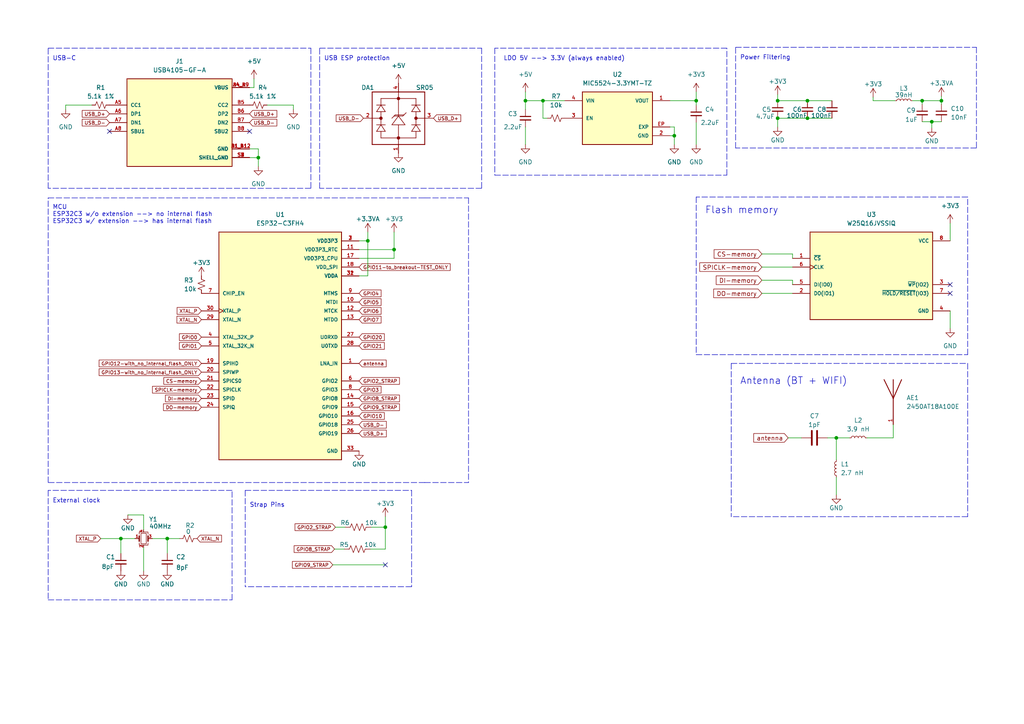
<source format=kicad_sch>
(kicad_sch (version 20211123) (generator eeschema)
  (paper "A4")
  (title_block (title "boiler plate for esp32c3") (date "2022-06-17") (rev "v0.1") (company "Lilordag"))
  (lib_symbols
    (symbol "2450AT18A100E:2450AT18A100E" (pin_names (offset 1.016) hide)
      (property "Reference" "AE" (at -2.794 10.1854 0))
      (property "Value" "2450AT18A100E" (at -2.667 -10.16 0))
      (symbol "2450AT18A100E_0_0"
        (polyline (pts (xy 0 2.54) (xy -2.667 8.001)) (stroke (width 0.254)))
        (polyline (pts (xy 0 2.54) (xy 0 -5.08)) (stroke (width 0.254)))
        (polyline (pts (xy 0 8.001) (xy 0 2.54)) (stroke (width 0.254)))
        (polyline (pts (xy 2.413 8.001) (xy 0 2.54)) (stroke (width 0.254)))
        (pin input line (at 0 -5.08 90) (length 2.54) (name "~") (number "1"))
      )
    )
    (symbol "Device:C" (pin_numbers hide) (pin_names (offset 0.254))
      (property "Reference" "C" (at 0.635 2.54 0))
      (property "Value" "C" (at 0.635 -2.54 0))
      (symbol "C_0_1"
        (polyline (pts (xy -2.032 -0.762) (xy 2.032 -0.762)) (stroke (width 0.508)))
        (polyline (pts (xy -2.032 0.762) (xy 2.032 0.762)) (stroke (width 0.508)))
      )
      (symbol "C_1_1"
        (pin passive line (at 0 3.81 270) (length 2.794) (name "~") (number "1"))
        (pin passive line (at 0 -3.81 90) (length 2.794) (name "~") (number "2"))
      )
    )
    (symbol "Device:C_Small" (pin_numbers hide) (pin_names (offset 0.254) hide)
      (property "Reference" "C" (at 0.254 1.778 0))
      (property "Value" "C_Small" (at 0.254 -2.032 0))
      (symbol "C_Small_0_1"
        (polyline (pts (xy -1.524 -0.508) (xy 1.524 -0.508)) (stroke (width 0.3302)))
        (polyline (pts (xy -1.524 0.508) (xy 1.524 0.508)) (stroke (width 0.3048)))
      )
      (symbol "C_Small_1_1"
        (pin passive line (at 0 2.54 270) (length 2.032) (name "~") (number "1"))
        (pin passive line (at 0 -2.54 90) (length 2.032) (name "~") (number "2"))
      )
    )
    (symbol "Device:Crystal_GND24_Small" (pin_names (offset 1.016) hide)
      (property "Reference" "Y" (at 1.27 4.445 0))
      (property "Value" "Crystal_GND24_Small" (at 1.27 2.54 0))
      (symbol "Crystal_GND24_Small_0_1"
        (rectangle (start -0.762 -1.524) (end 0.762 1.524))
        (polyline (pts (xy -1.27 -0.762) (xy -1.27 0.762)) (stroke (width 0.381)))
        (polyline (pts (xy 1.27 -0.762) (xy 1.27 0.762)) (stroke (width 0.381)))
        (polyline (pts (xy -1.27 -1.27) (xy -1.27 -1.905) (xy 1.27 -1.905) (xy 1.27 -1.27)))
        (polyline (pts (xy -1.27 1.27) (xy -1.27 1.905) (xy 1.27 1.905) (xy 1.27 1.27)))
      )
      (symbol "Crystal_GND24_Small_1_1"
        (pin passive line (at -2.54 0 0) (length 1.27) (name "1") (number "1"))
        (pin passive line (at 0 -2.54 90) (length 0.635) (name "2") (number "2"))
        (pin passive line (at 2.54 0 180) (length 1.27) (name "3") (number "3"))
        (pin passive line (at 0 2.54 270) (length 0.635) (name "4") (number "4"))
      )
    )
    (symbol "Device:L_Small" (pin_numbers hide) (pin_names (offset 0.254) hide)
      (property "Reference" "L" (at 0.762 1.016 0))
      (property "Value" "L_Small" (at 0.762 -1.016 0))
      (symbol "L_Small_0_1"
        (arc (start 0 -2.032) (mid 0.508 -1.524) (end 0 -1.016))
        (arc (start 0 -1.016) (mid 0.508 -0.508) (end 0 0))
        (arc (start 0 0) (mid 0.508 0.508) (end 0 1.016))
        (arc (start 0 1.016) (mid 0.508 1.524) (end 0 2.032))
      )
      (symbol "L_Small_1_1"
        (pin passive line (at 0 2.54 270) (length 0.508) (name "~") (number "1"))
        (pin passive line (at 0 -2.54 90) (length 0.508) (name "~") (number "2"))
      )
    )
    (symbol "Device:R_Small_US" (pin_numbers hide) (pin_names (offset 0.254) hide)
      (property "Reference" "R" (at 0.762 0.508 0))
      (property "Value" "R_Small_US" (at 0.762 -1.016 0))
      (symbol "R_Small_US_1_1"
        (polyline (pts (xy 0 0) (xy 1.016 -0.381) (xy 0 -0.762) (xy -1.016 -1.143) (xy 0 -1.524)))
        (polyline (pts (xy 0 1.524) (xy 1.016 1.143) (xy 0 0.762) (xy -1.016 0.381) (xy 0 0)))
        (pin passive line (at 0 2.54 270) (length 1.016) (name "~") (number "1"))
        (pin passive line (at 0 -2.54 90) (length 1.016) (name "~") (number "2"))
      )
    )
    (symbol "Device:R_US" (pin_numbers hide) (pin_names (offset 0))
      (property "Reference" "R" (at 2.54 0 90))
      (property "Value" "R_US" (at -2.54 0 90))
      (symbol "R_US_0_1"
        (polyline (pts (xy 0 -2.286) (xy 0 -2.54)))
        (polyline (pts (xy 0 2.286) (xy 0 2.54)))
        (polyline (pts (xy 0 -0.762) (xy 1.016 -1.143) (xy 0 -1.524) (xy -1.016 -1.905) (xy 0 -2.286)))
        (polyline (pts (xy 0 0.762) (xy 1.016 0.381) (xy 0 0) (xy -1.016 -0.381) (xy 0 -0.762)))
        (polyline (pts (xy 0 2.286) (xy 1.016 1.905) (xy 0 1.524) (xy -1.016 1.143) (xy 0 0.762)))
      )
      (symbol "R_US_1_1"
        (pin passive line (at 0 3.81 270) (length 1.27) (name "~") (number "1"))
        (pin passive line (at 0 -3.81 90) (length 1.27) (name "~") (number "2"))
      )
    )
    (symbol "ESP32-C3FH4:ESP32-C3FH4" (pin_names (offset 1.016))
      (property "Reference" "U" (at -17.78 33.782 0))
      (property "Value" "ESP32-C3FH4" (at -17.78 -33.782 0))
      (symbol "ESP32-C3FH4_0_0"
        (rectangle (start -17.78 -33.02) (end 17.78 33.02) (stroke (width 0.254)) (fill (type background)))
        (pin bidirectional line (at 22.86 -5.08 180) (length 5.08) (name "LNA_IN") (number "1"))
        (pin bidirectional line (at 22.86 12.7 180) (length 5.08) (name "MTDI") (number "10"))
        (pin power_in line (at 22.86 27.94 180) (length 5.08) (name "VDD3P3_RTC") (number "11"))
        (pin bidirectional line (at 22.86 10.16 180) (length 5.08) (name "MTCK") (number "12"))
        (pin bidirectional line (at 22.86 7.62 180) (length 5.08) (name "MTDO") (number "13"))
        (pin bidirectional line (at 22.86 -15.24 180) (length 5.08) (name "GPIO8") (number "14"))
        (pin bidirectional line (at 22.86 -17.78 180) (length 5.08) (name "GPIO9") (number "15"))
        (pin bidirectional line (at 22.86 -20.32 180) (length 5.08) (name "GPIO10") (number "16"))
        (pin power_in line (at 22.86 25.4 180) (length 5.08) (name "VDD3P3_CPU") (number "17"))
        (pin power_in line (at 22.86 22.86 180) (length 5.08) (name "VDD_SPI") (number "18"))
        (pin bidirectional line (at -22.86 -5.08 0) (length 5.08) (name "SPIHD") (number "19"))
        (pin power_in line (at 22.86 30.48 180) (length 5.08) (name "VDD3P3") (number "2"))
        (pin bidirectional line (at -22.86 -7.62 0) (length 5.08) (name "SPIWP") (number "20"))
        (pin bidirectional line (at -22.86 -10.16 0) (length 5.08) (name "SPICS0") (number "21"))
        (pin bidirectional line (at -22.86 -12.7 0) (length 5.08) (name "SPICLK") (number "22"))
        (pin bidirectional line (at -22.86 -15.24 0) (length 5.08) (name "SPID") (number "23"))
        (pin bidirectional line (at -22.86 -17.78 0) (length 5.08) (name "SPIQ") (number "24"))
        (pin bidirectional line (at 22.86 -22.86 180) (length 5.08) (name "GPIO18") (number "25"))
        (pin bidirectional line (at 22.86 -25.4 180) (length 5.08) (name "GPIO19") (number "26"))
        (pin bidirectional line (at 22.86 2.54 180) (length 5.08) (name "U0RXD") (number "27"))
        (pin bidirectional line (at 22.86 0 180) (length 5.08) (name "U0TXD") (number "28"))
        (pin output line (at -22.86 7.62 0) (length 5.08) (name "XTAL_N") (number "29"))
        (pin power_in line (at 22.86 30.48 180) (length 5.08) (name "VDD3P3") (number "3"))
        (pin input clock (at -22.86 10.16 0) (length 5.08) (name "XTAL_P") (number "30"))
        (pin power_in line (at 22.86 20.32 180) (length 5.08) (name "VDDA") (number "31"))
        (pin power_in line (at 22.86 20.32 180) (length 5.08) (name "VDDA") (number "32"))
        (pin power_in line (at 22.86 -30.48 180) (length 5.08) (name "GND") (number "33"))
        (pin bidirectional line (at -22.86 2.54 0) (length 5.08) (name "XTAL_32K_P") (number "4"))
        (pin bidirectional line (at -22.86 0 0) (length 5.08) (name "XTAL_32K_N") (number "5"))
        (pin bidirectional line (at 22.86 -10.16 180) (length 5.08) (name "GPIO2") (number "6"))
        (pin input line (at -22.86 15.24 0) (length 5.08) (name "CHIP_EN") (number "7"))
        (pin bidirectional line (at 22.86 -12.7 180) (length 5.08) (name "GPIO3") (number "8"))
        (pin bidirectional line (at 22.86 15.24 180) (length 5.08) (name "MTMS") (number "9"))
      )
    )
    (symbol "MIC5524-3.3YMT-TZ:MIC5524-3.3YMT-TZ" (pin_names (offset 1.016))
      (property "Reference" "U" (at -10.16 8.382 0))
      (property "Value" "MIC5524-3.3YMT-TZ" (at -10.16 -10.16 0))
      (symbol "MIC5524-3.3YMT-TZ_0_0"
        (rectangle (start -10.16 -7.62) (end 10.16 7.62) (stroke (width 0.254)) (fill (type background)))
        (pin output line (at 15.24 5.08 180) (length 5.08) (name "VOUT") (number "1"))
        (pin power_in line (at 15.24 -5.08 180) (length 5.08) (name "GND") (number "2"))
        (pin input line (at -15.24 0 0) (length 5.08) (name "EN") (number "3"))
        (pin input line (at -15.24 5.08 0) (length 5.08) (name "VIN") (number "4"))
        (pin power_in line (at 15.24 -2.54 180) (length 5.08) (name "EXP") (number "EP"))
      )
    )
    (symbol "SR05:SR05" (pin_names (offset 1.016) hide)
      (property "Reference" "DA" (at -7.62 8.255 0))
      (property "Value" "SR05" (at 1.905 -9.5504 0))
      (symbol "SR05_0_0"
        (circle (center -5.08 0) (radius 0.2794) (stroke (width 0.4064)))
        (circle (center 0 -5.715) (radius 0.2794) (stroke (width 0.4064)))
        (polyline (pts (xy -7.62 -7.62) (xy -7.62 0)) (stroke (width 0.254)))
        (polyline (pts (xy -7.62 0) (xy -7.62 7.62)) (stroke (width 0.254)))
        (polyline (pts (xy -7.62 7.62) (xy 0 7.62)) (stroke (width 0.254)))
        (polyline (pts (xy -6.35 -3.81) (xy -3.81 -3.81)) (stroke (width 0.1778)))
        (polyline (pts (xy -6.35 -1.905) (xy -5.08 -1.905)) (stroke (width 0.1778)))
        (polyline (pts (xy -6.35 1.905) (xy -5.08 3.81)) (stroke (width 0.1778)))
        (polyline (pts (xy -6.35 1.905) (xy -3.81 1.905)) (stroke (width 0.1778)))
        (polyline (pts (xy -6.35 3.81) (xy -5.08 3.81)) (stroke (width 0.1778)))
        (polyline (pts (xy -5.08 -5.715) (xy -5.08 -3.81)) (stroke (width 0.1778)))
        (polyline (pts (xy -5.08 -1.905) (xy -6.35 -3.81)) (stroke (width 0.1778)))
        (polyline (pts (xy -5.08 -1.905) (xy -5.08 0)) (stroke (width 0.1778)))
        (polyline (pts (xy -5.08 -1.905) (xy -3.81 -1.905)) (stroke (width 0.1778)))
        (polyline (pts (xy -5.08 0) (xy -7.62 0)) (stroke (width 0.1778)))
        (polyline (pts (xy -5.08 0) (xy -5.08 1.905)) (stroke (width 0.1778)))
        (polyline (pts (xy -5.08 3.81) (xy -5.08 5.715)) (stroke (width 0.1778)))
        (polyline (pts (xy -5.08 3.81) (xy -3.81 1.905)) (stroke (width 0.1778)))
        (polyline (pts (xy -5.08 3.81) (xy -3.81 3.81)) (stroke (width 0.1778)))
        (polyline (pts (xy -5.08 5.715) (xy 0 5.715)) (stroke (width 0.1778)))
        (polyline (pts (xy -3.81 -3.81) (xy -5.08 -1.905)) (stroke (width 0.1778)))
        (polyline (pts (xy -1.905 -1.905) (xy 0 0.635)) (stroke (width 0.1778)))
        (polyline (pts (xy -1.905 -1.905) (xy 1.905 -1.905)) (stroke (width 0.1778)))
        (polyline (pts (xy -1.905 0) (xy -1.27 0.635)) (stroke (width 0.1778)))
        (polyline (pts (xy -1.27 0.635) (xy -0.9652 0.9652)) (stroke (width 0.1778)))
        (polyline (pts (xy -1.27 0.635) (xy 1.27 0.635)) (stroke (width 0.1778)))
        (polyline (pts (xy -0.9652 0.9652) (xy 1.6002 0.9652)) (stroke (width 0.1778)))
        (polyline (pts (xy 0 -7.62) (xy -7.62 -7.62)) (stroke (width 0.254)))
        (polyline (pts (xy 0 -7.62) (xy 0 -5.715)) (stroke (width 0.1778)))
        (polyline (pts (xy 0 -5.715) (xy -5.08 -5.715)) (stroke (width 0.1778)))
        (polyline (pts (xy 0 -5.715) (xy 0 -1.905)) (stroke (width 0.1778)))
        (polyline (pts (xy 0 -5.715) (xy 5.08 -5.715)) (stroke (width 0.1778)))
        (polyline (pts (xy 0 0.635) (xy 0 5.715)) (stroke (width 0.1778)))
        (polyline (pts (xy 0 0.635) (xy 1.905 -1.905)) (stroke (width 0.1778)))
        (polyline (pts (xy 0 5.715) (xy 0 7.62)) (stroke (width 0.1778)))
        (polyline (pts (xy 0 7.62) (xy 7.62 7.62)) (stroke (width 0.254)))
        (polyline (pts (xy 1.27 0.635) (xy 1.6002 0.9652)) (stroke (width 0.1778)))
        (polyline (pts (xy 1.6002 0.9652) (xy 2.2352 1.6002)) (stroke (width 0.1778)))
        (polyline (pts (xy 3.81 -3.81) (xy 6.35 -3.81)) (stroke (width 0.1778)))
        (polyline (pts (xy 3.81 -1.905) (xy 5.08 -1.905)) (stroke (width 0.1778)))
        (polyline (pts (xy 3.81 1.905) (xy 6.35 1.905)) (stroke (width 0.1778)))
        (polyline (pts (xy 3.81 3.81) (xy 5.08 3.81)) (stroke (width 0.1778)))
        (polyline (pts (xy 5.08 -5.715) (xy 5.08 -3.81)) (stroke (width 0.1778)))
        (polyline (pts (xy 5.08 -1.905) (xy 3.81 -3.81)) (stroke (width 0.1778)))
        (polyline (pts (xy 5.08 -1.905) (xy 5.08 0)) (stroke (width 0.1778)))
        (polyline (pts (xy 5.08 -1.905) (xy 6.35 -1.905)) (stroke (width 0.1778)))
        (polyline (pts (xy 5.08 0) (xy 5.08 1.905)) (stroke (width 0.1778)))
        (polyline (pts (xy 5.08 3.81) (xy 3.81 1.905)) (stroke (width 0.1778)))
        (polyline (pts (xy 5.08 3.81) (xy 5.08 5.715)) (stroke (width 0.1778)))
        (polyline (pts (xy 5.08 3.81) (xy 6.35 3.81)) (stroke (width 0.1778)))
        (polyline (pts (xy 5.08 5.715) (xy 0 5.715)) (stroke (width 0.1778)))
        (polyline (pts (xy 6.35 -3.81) (xy 5.08 -1.905)) (stroke (width 0.1778)))
        (polyline (pts (xy 6.35 1.905) (xy 5.08 3.81)) (stroke (width 0.1778)))
        (polyline (pts (xy 7.62 -7.62) (xy 0 -7.62)) (stroke (width 0.254)))
        (polyline (pts (xy 7.62 0) (xy 5.08 0)) (stroke (width 0.1778)))
        (polyline (pts (xy 7.62 0) (xy 7.62 -7.62)) (stroke (width 0.254)))
        (polyline (pts (xy 7.62 7.62) (xy 7.62 0)) (stroke (width 0.254)))
        (circle (center 0 5.715) (radius 0.2794) (stroke (width 0.4064)))
        (circle (center 5.08 0) (radius 0.2794) (stroke (width 0.4064)))
        (pin passive line (at 0 -10.16 90) (length 2.54) (name "~") (number "1"))
        (pin passive line (at -10.16 0 0) (length 2.54) (name "~") (number "2"))
        (pin passive line (at 10.16 0 180) (length 2.54) (name "~") (number "3"))
        (pin passive line (at 0 10.16 270) (length 2.54) (name "~") (number "4"))
      )
    )
    (symbol "USB4105-GF-A:USB4105-GF-A" (pin_names (offset 1.016))
      (property "Reference" "J" (at -15.24 13.97 0))
      (property "Value" "USB4105-GF-A" (at -15.24 -15.24 0))
      (symbol "USB4105-GF-A_0_0"
        (rectangle (start -15.24 -12.7) (end 15.24 12.7) (stroke (width 0.254)) (fill (type background)))
        (pin power_in line (at 20.32 -7.62 180) (length 5.08) (name "GND") (number "A1_B12"))
        (pin power_in line (at 20.32 10.16 180) (length 5.08) (name "VBUS") (number "A4_B9"))
        (pin bidirectional line (at -20.32 5.08 0) (length 5.08) (name "CC1") (number "A5"))
        (pin bidirectional line (at -20.32 2.54 0) (length 5.08) (name "DP1") (number "A6"))
        (pin bidirectional line (at -20.32 0 0) (length 5.08) (name "DN1") (number "A7"))
        (pin bidirectional line (at -20.32 -2.54 0) (length 5.08) (name "SBU1") (number "A8"))
        (pin power_in line (at 20.32 -7.62 180) (length 5.08) (name "GND") (number "B1_A12"))
        (pin power_in line (at 20.32 10.16 180) (length 5.08) (name "VBUS") (number "B4_A9"))
        (pin bidirectional line (at 20.32 5.08 180) (length 5.08) (name "CC2") (number "B5"))
        (pin bidirectional line (at 20.32 2.54 180) (length 5.08) (name "DP2") (number "B6"))
        (pin bidirectional line (at 20.32 0 180) (length 5.08) (name "DN2") (number "B7"))
        (pin bidirectional line (at 20.32 -2.54 180) (length 5.08) (name "SBU2") (number "B8"))
        (pin power_in line (at 20.32 -10.16 180) (length 5.08) (name "SHELL_GND") (number "S1"))
        (pin power_in line (at 20.32 -10.16 180) (length 5.08) (name "SHELL_GND") (number "S2"))
        (pin power_in line (at 20.32 -10.16 180) (length 5.08) (name "SHELL_GND") (number "S3"))
        (pin power_in line (at 20.32 -10.16 180) (length 5.08) (name "SHELL_GND") (number "S4"))
      )
    )
    (symbol "W25Q16JVSSIQ:W25Q16JVSSIQ" (pin_names (offset 1.016))
      (property "Reference" "U" (at -17.78 13.335 0))
      (property "Value" "W25Q16JVSSIQ" (at -17.78 -15.24 0))
      (symbol "W25Q16JVSSIQ_0_0"
        (rectangle (start -17.78 -12.7) (end 17.78 12.7) (stroke (width 0.254)) (fill (type background)))
        (pin input line (at -22.86 5.08 0) (length 5.08) (name "~{CS}") (number "1"))
        (pin bidirectional line (at -22.86 -5.08 0) (length 5.08) (name "DO(IO1)") (number "2"))
        (pin bidirectional line (at 22.86 -2.54 180) (length 5.08) (name "~{WP}(IO2)") (number "3"))
        (pin power_in line (at 22.86 -10.16 180) (length 5.08) (name "GND") (number "4"))
        (pin bidirectional line (at -22.86 -2.54 0) (length 5.08) (name "DI(IO0)") (number "5"))
        (pin input clock (at -22.86 2.54 0) (length 5.08) (name "CLK") (number "6"))
        (pin bidirectional line (at 22.86 -5.08 180) (length 5.08) (name "~{HOLD/RESET}(IO3)") (number "7"))
        (pin power_in line (at 22.86 10.16 180) (length 5.08) (name "VCC") (number "8"))
      )
    )
    (symbol "power:+3.3V" (power) (pin_names (offset 0))
      (property "Value" "+3.3V" (at 0 3.556 0))
      (symbol "+3.3V_0_1"
        (polyline (pts (xy -0.762 1.27) (xy 0 2.54)))
        (polyline (pts (xy 0 0) (xy 0 2.54)))
        (polyline (pts (xy 0 2.54) (xy 0.762 1.27)))
      )
      (symbol "+3.3V_1_1"
        (pin power_in line (at 0 0 90) (length 0) hide (name "+3V3") (number "1"))
      )
    )
    (symbol "power:+3.3VA" (power) (pin_names (offset 0))
      (property "Value" "+3.3VA" (at 0 3.556 0))
      (symbol "+3.3VA_0_1"
        (polyline (pts (xy -0.762 1.27) (xy 0 2.54)))
        (polyline (pts (xy 0 0) (xy 0 2.54)))
        (polyline (pts (xy 0 2.54) (xy 0.762 1.27)))
      )
      (symbol "+3.3VA_1_1"
        (pin power_in line (at 0 0 90) (length 0) hide (name "+3.3VA") (number "1"))
      )
    )
    (symbol "power:+5V" (power) (pin_names (offset 0))
      (property "Value" "+5V" (at 0 3.556 0))
      (symbol "+5V_0_1"
        (polyline (pts (xy -0.762 1.27) (xy 0 2.54)))
        (polyline (pts (xy 0 0) (xy 0 2.54)))
        (polyline (pts (xy 0 2.54) (xy 0.762 1.27)))
      )
      (symbol "+5V_1_1"
        (pin power_in line (at 0 0 90) (length 0) hide (name "+5V") (number "1"))
      )
    )
    (symbol "power:GND" (power) (pin_names (offset 0))
      (property "Value" "GND" (at 0 -3.81 0))
      (symbol "GND_0_1"
        (polyline (pts (xy 0 0) (xy 0 -1.27) (xy 1.27 -1.27) (xy 0 -2.54) (xy -1.27 -1.27) (xy 0 -1.27)))
      )
      (symbol "GND_1_1"
        (pin power_in line (at 0 0 270) (length 0) hide (name "GND") (number "1"))
      )
    )
  )
  (junction (at 273.05 29.21))
  (junction (at 234.188 29.21))
  (junction (at 242.57 127))
  (junction (at 114.3 72.39))
  (junction (at 48.514 156.21))
  (junction (at 152.4 29.21))
  (junction (at 201.93 29.21))
  (junction (at 35.052 156.21))
  (junction (at 111.76 152.908))
  (junction (at 225.552 34.29))
  (junction (at 157.48 29.21))
  (junction (at 106.68 69.85))
  (junction (at 225.552 29.21))
  (junction (at 234.188 34.29))
  (junction (at 74.93 45.72))
  (junction (at 267.462 29.21))
  (junction (at 270.256 35.306))
  (junction (at 195.58 39.37))
  (no_connect (at 275.59 82.55))
  (no_connect (at 275.59 85.09))
  (no_connect (at 31.75 38.1))
  (no_connect (at 72.39 38.1))
  (no_connect (at 111.76 163.83))
  (polyline (pts (xy 210.82 13.97) (xy 143.51 13.97)))
  (wire (pts (xy 73.66 25.4) (xy 73.66 22.86)))
  (wire (pts (xy 273.05 29.21) (xy 273.05 30.226)))
  (wire (pts (xy 107.696 152.908) (xy 111.76 152.908)))
  (wire (pts (xy 157.48 29.21) (xy 163.83 29.21)))
  (polyline (pts (xy 213.36 13.716) (xy 283.21 13.716)))
  (wire (pts (xy 114.3 74.93) (xy 114.3 72.39)))
  (wire (pts (xy 96.52 163.83) (xy 111.76 163.83)))
  (wire (pts (xy 19.05 30.48) (xy 19.05 31.75)))
  (polyline (pts (xy 123.19 139.954) (xy 13.97 139.954)))
  (wire (pts (xy 48.514 156.21) (xy 52.07 156.21)))
  (wire (pts (xy 242.57 127) (xy 242.57 133.35)))
  (wire (pts (xy 242.57 127) (xy 246.38 127)))
  (wire (pts (xy 273.05 35.306) (xy 270.256 35.306)))
  (polyline (pts (xy 92.71 54.61) (xy 92.71 13.97)))
  (wire (pts (xy 234.188 29.21) (xy 241.3 29.21)))
  (wire (pts (xy 275.59 90.17) (xy 275.59 95.25)))
  (wire (pts (xy 253.238 28.194) (xy 253.238 29.21)))
  (polyline (pts (xy 13.97 139.954) (xy 13.97 57.404)))
  (wire (pts (xy 195.58 36.83) (xy 195.58 39.37)))
  (polyline (pts (xy 201.93 57.15) (xy 201.93 102.87)))
  (wire (pts (xy 229.87 73.66) (xy 229.87 74.93)))
  (polyline (pts (xy 90.17 54.61) (xy 13.97 54.61)))
  (polyline (pts (xy 119.38 142.24) (xy 119.38 170.18)))
  (wire (pts (xy 270.256 35.306) (xy 270.256 37.084)))
  (polyline (pts (xy 71.12 142.24) (xy 71.12 170.18)))
  (polyline (pts (xy 139.7 54.61) (xy 92.71 54.61)))
  (polyline (pts (xy 213.36 42.926) (xy 213.36 13.716)))
  (polyline (pts (xy 13.97 54.61) (xy 13.97 13.97)))
  (polyline (pts (xy 90.17 13.97) (xy 90.17 54.61)))
  (polyline (pts (xy 143.51 13.97) (xy 143.51 50.8)))
  (polyline (pts (xy 212.09 105.41) (xy 212.09 149.86)))
  (wire (pts (xy 104.14 72.39) (xy 114.3 72.39)))
  (polyline (pts (xy 283.21 13.716) (xy 283.21 42.926)))
  (wire (pts (xy 259.08 127) (xy 259.08 123.19)))
  (polyline (pts (xy 143.51 50.8) (xy 210.82 50.8)))
  (wire (pts (xy 41.656 149.352) (xy 41.656 153.67)))
  (polyline (pts (xy 67.31 173.99) (xy 67.31 142.24)))
  (wire (pts (xy 225.552 34.29) (xy 234.188 34.29)))
  (polyline (pts (xy 283.21 42.926) (xy 213.36 42.926)))
  (wire (pts (xy 228.6 127) (xy 232.41 127)))
  (polyline (pts (xy 13.97 57.404) (xy 123.19 57.404)))
  (wire (pts (xy 72.39 43.18) (xy 74.93 43.18)))
  (wire (pts (xy 267.462 29.21) (xy 267.462 30.226)))
  (wire (pts (xy 41.656 158.75) (xy 41.656 165.608)))
  (wire (pts (xy 201.93 29.21) (xy 201.93 30.48)))
  (wire (pts (xy 97.282 152.908) (xy 100.076 152.908)))
  (wire (pts (xy 72.39 45.72) (xy 74.93 45.72)))
  (wire (pts (xy 29.21 156.21) (xy 35.052 156.21)))
  (wire (pts (xy 273.05 29.21) (xy 273.05 27.94)))
  (wire (pts (xy 104.14 69.85) (xy 106.68 69.85)))
  (wire (pts (xy 74.93 45.72) (xy 74.93 48.26)))
  (polyline (pts (xy 123.19 57.404) (xy 135.89 57.404)))
  (wire (pts (xy 114.3 72.39) (xy 114.3 67.31)))
  (polyline (pts (xy 71.12 142.24) (xy 119.38 142.24)))
  (wire (pts (xy 195.58 39.37) (xy 195.58 41.91)))
  (wire (pts (xy 264.668 29.21) (xy 267.462 29.21)))
  (wire (pts (xy 242.57 138.43) (xy 242.57 143.51)))
  (wire (pts (xy 104.14 74.93) (xy 114.3 74.93)))
  (wire (pts (xy 225.552 27.432) (xy 225.552 29.21)))
  (wire (pts (xy 107.442 159.258) (xy 111.76 159.258)))
  (wire (pts (xy 26.67 30.48) (xy 19.05 30.48)))
  (wire (pts (xy 152.4 26.67) (xy 152.4 29.21)))
  (polyline (pts (xy 67.31 142.24) (xy 13.97 142.24)))
  (wire (pts (xy 267.462 29.21) (xy 273.05 29.21)))
  (wire (pts (xy 152.4 29.21) (xy 157.48 29.21)))
  (wire (pts (xy 201.93 35.56) (xy 201.93 41.91)))
  (polyline (pts (xy 119.38 170.18) (xy 71.12 170.18)))
  (wire (pts (xy 74.93 43.18) (xy 74.93 45.72)))
  (wire (pts (xy 194.31 36.83) (xy 195.58 36.83)))
  (polyline (pts (xy 135.89 57.404) (xy 135.89 139.954)))
  (wire (pts (xy 158.75 34.29) (xy 157.48 34.29)))
  (wire (pts (xy 201.93 29.21) (xy 201.93 26.67)))
  (wire (pts (xy 111.76 152.908) (xy 111.76 149.86)))
  (wire (pts (xy 111.76 159.258) (xy 111.76 152.908)))
  (polyline (pts (xy 212.09 105.41) (xy 280.67 105.41)))
  (wire (pts (xy 220.98 85.09) (xy 229.87 85.09)))
  (polyline (pts (xy 280.67 105.41) (xy 280.67 149.86)))
  (wire (pts (xy 157.48 34.29) (xy 157.48 29.21)))
  (wire (pts (xy 240.03 127) (xy 242.57 127)))
  (wire (pts (xy 229.87 81.28) (xy 229.87 82.55)))
  (wire (pts (xy 48.514 160.528) (xy 48.514 156.21)))
  (polyline (pts (xy 280.67 149.86) (xy 212.09 149.86)))
  (polyline (pts (xy 13.97 173.99) (xy 67.31 173.99)))
  (wire (pts (xy 220.98 77.47) (xy 229.87 77.47)))
  (polyline (pts (xy 139.7 13.97) (xy 139.7 54.61)))
  (wire (pts (xy 194.31 39.37) (xy 195.58 39.37)))
  (wire (pts (xy 253.238 29.21) (xy 259.588 29.21)))
  (wire (pts (xy 35.052 156.21) (xy 39.116 156.21)))
  (polyline (pts (xy 280.67 57.15) (xy 201.93 57.15)))
  (wire (pts (xy 104.14 80.01) (xy 106.68 80.01)))
  (wire (pts (xy 85.09 30.48) (xy 85.09 31.75)))
  (wire (pts (xy 106.68 80.01) (xy 106.68 69.85)))
  (polyline (pts (xy 13.97 142.24) (xy 13.97 173.99)))
  (wire (pts (xy 194.31 29.21) (xy 201.93 29.21)))
  (wire (pts (xy 234.188 34.29) (xy 241.3 34.29)))
  (wire (pts (xy 220.98 73.66) (xy 229.87 73.66)))
  (polyline (pts (xy 92.71 13.97) (xy 139.7 13.97)))
  (wire (pts (xy 77.47 30.48) (xy 85.09 30.48)))
  (wire (pts (xy 275.59 69.85) (xy 275.59 64.77)))
  (wire (pts (xy 225.552 29.21) (xy 234.188 29.21)))
  (polyline (pts (xy 123.19 139.954) (xy 135.89 139.954)))
  (wire (pts (xy 35.052 160.528) (xy 35.052 156.21)))
  (wire (pts (xy 220.98 81.28) (xy 229.87 81.28)))
  (wire (pts (xy 37.084 149.352) (xy 41.656 149.352)))
  (wire (pts (xy 48.514 156.21) (xy 44.196 156.21)))
  (polyline (pts (xy 201.93 102.87) (xy 280.67 102.87)))
  (polyline (pts (xy 280.67 102.87) (xy 280.67 57.15)))
  (wire (pts (xy 152.4 36.83) (xy 152.4 41.91)))
  (wire (pts (xy 106.68 69.85) (xy 106.68 67.31)))
  (wire (pts (xy 267.462 35.306) (xy 270.256 35.306)))
  (wire (pts (xy 225.552 34.29) (xy 225.552 36.83)))
  (wire (pts (xy 152.4 29.21) (xy 152.4 31.75)))
  (polyline (pts (xy 13.97 13.97) (xy 90.17 13.97)))
  (wire (pts (xy 97.028 159.258) (xy 99.822 159.258)))
  (wire (pts (xy 251.46 127) (xy 259.08 127)))
  (polyline (pts (xy 210.82 50.8) (xy 210.82 13.97)))
  (wire (pts (xy 72.39 25.4) (xy 73.66 25.4)))
  (text "USB-C" (at 15.24 17.78 0) (effects (font (size 1.27 1.27)) (justify left bottom)))
  (text "LDO 5V --> 3.3V (always enabled)" (at 146.05 17.78 0) (effects (font (size 1.27 1.27)) (justify left bottom)))
  (text "Flash memory" (at 204.47 62.23 0) (effects (font (size 2 2)) (justify left bottom)))
  (text "Power Filtering" (at 214.63 17.526 0) (effects (font (size 1.27 1.27)) (justify left bottom)))
  (text "Antenna (BT + WIFI)" (at 214.63 111.76 0) (effects (font (size 2 2)) (justify left bottom)))
  (text "External clock" (at 15.24 146.05 0) (effects (font (size 1.27 1.27)) (justify left bottom)))
  (text "MCU\nESP32C3 w/o extension --> no internal flash\nESP32C3 w/ extension --> has internal flash" (at 15.24 65.024 0) (effects (font (size 1.27 1.27)) (justify left bottom)))
  (text "Strap Pins" (at 72.39 147.32 0) (effects (font (size 1.27 1.27)) (justify left bottom)))
  (text "USB ESP protection" (at 93.98 17.78 0) (effects (font (size 1.27 1.27)) (justify left bottom)))
  (global_label "GPIO8_STRAP" (shape input) (at 97.028 159.258 180) (effects (font (size 1 1))) (property "Intersheet References" "${INTERSHEET_REFS}" (effects hide)))
  (global_label "DO-memory" (shape input) (at 58.42 118.11 180) (effects (font (size 1 1))) (property "Intersheet References" "${INTERSHEET_REFS}" (effects hide)))
  (global_label "GPIO5" (shape input) (at 104.14 87.63 0) (effects (font (size 1 1))) (property "Intersheet References" "${INTERSHEET_REFS}" (effects hide)))
  (global_label "GPIO3" (shape input) (at 104.14 113.03 0) (effects (font (size 1 1))) (property "Intersheet References" "${INTERSHEET_REFS}" (effects hide)))
  (global_label "GPIO2_STRAP" (shape input) (at 104.14 110.49 0) (effects (font (size 1 1))) (property "Intersheet References" "${INTERSHEET_REFS}" (effects hide)))
  (global_label "GPIO11-to_breakout-TEST_ONLY" (shape input) (at 104.14 77.47 0) (effects (font (size 1 1))) (property "Intersheet References" "${INTERSHEET_REFS}" (effects hide)))
  (global_label "GPIO1" (shape input) (at 58.42 100.33 180) (effects (font (size 1 1))) (property "Intersheet References" "${INTERSHEET_REFS}" (effects hide)))
  (global_label "XTAL_P" (shape input) (at 29.21 156.21 180) (effects (font (size 1 1))) (property "Intersheet References" "${INTERSHEET_REFS}" (effects hide)))
  (global_label "GPIO9_STRAP" (shape input) (at 104.14 118.11 0) (effects (font (size 1 1))) (property "Intersheet References" "${INTERSHEET_REFS}" (effects hide)))
  (global_label "USB_D-" (shape input) (at 31.75 35.56 180) (effects (font (size 1 1))) (property "Intersheet References" "${INTERSHEET_REFS}" (effects hide)))
  (global_label "USB_D-" (shape input) (at 72.39 35.56 0) (effects (font (size 1 1))) (property "Intersheet References" "${INTERSHEET_REFS}" (effects hide)))
  (global_label "GPIO12-with_no_internal_flash_ONLY" (shape input) (at 58.42 105.41 180) (effects (font (size 1 1))) (property "Intersheet References" "${INTERSHEET_REFS}" (effects hide)))
  (global_label "GPIO10" (shape input) (at 104.14 120.65 0) (effects (font (size 1 1))) (property "Intersheet References" "${INTERSHEET_REFS}" (effects hide)))
  (global_label "SPICLK-memory" (shape input) (at 58.42 113.03 180) (effects (font (size 1 1))) (property "Intersheet References" "${INTERSHEET_REFS}" (effects hide)))
  (global_label "SPICLK-memory" (shape input) (at 220.98 77.47 180) (property "Intersheet References" "${INTERSHEET_REFS}" (effects hide)))
  (global_label "GPIO4" (shape input) (at 104.14 85.09 0) (effects (font (size 1 1))) (property "Intersheet References" "${INTERSHEET_REFS}" (effects hide)))
  (global_label "DO-memory" (shape input) (at 220.98 85.09 180) (property "Intersheet References" "${INTERSHEET_REFS}" (effects hide)))
  (global_label "USB_D+" (shape input) (at 104.14 125.73 0) (effects (font (size 1 1))) (property "Intersheet References" "${INTERSHEET_REFS}" (effects hide)))
  (global_label "GPIO13-with_no_internal_flash_ONLY" (shape input) (at 58.42 107.95 180) (effects (font (size 1 1))) (property "Intersheet References" "${INTERSHEET_REFS}" (effects hide)))
  (global_label "USB_D+" (shape input) (at 31.75 33.02 180) (effects (font (size 1 1))) (property "Intersheet References" "${INTERSHEET_REFS}" (effects hide)))
  (global_label "GPIO20" (shape input) (at 104.14 97.79 0) (effects (font (size 1 1))) (property "Intersheet References" "${INTERSHEET_REFS}" (effects hide)))
  (global_label "XTAL_N" (shape input) (at 57.15 156.21 0) (effects (font (size 1 1))) (property "Intersheet References" "${INTERSHEET_REFS}" (effects hide)))
  (global_label "antenna" (shape input) (at 228.6 127 180) (property "Intersheet References" "${INTERSHEET_REFS}" (effects hide)))
  (global_label "DI-memory" (shape input) (at 58.42 115.57 180) (effects (font (size 1 1))) (property "Intersheet References" "${INTERSHEET_REFS}" (effects hide)))
  (global_label "GPIO9_STRAP" (shape input) (at 96.52 163.83 180) (effects (font (size 1 1))) (property "Intersheet References" "${INTERSHEET_REFS}" (effects hide)))
  (global_label "USB_D+" (shape input) (at 72.39 33.02 0) (effects (font (size 1 1))) (property "Intersheet References" "${INTERSHEET_REFS}" (effects hide)))
  (global_label "CS-memory" (shape input) (at 58.42 110.49 180) (effects (font (size 1 1))) (property "Intersheet References" "${INTERSHEET_REFS}" (effects hide)))
  (global_label "XTAL_P" (shape input) (at 58.42 90.17 180) (effects (font (size 1 1))) (property "Intersheet References" "${INTERSHEET_REFS}" (effects hide)))
  (global_label "GPIO6" (shape input) (at 104.14 90.17 0) (effects (font (size 1 1))) (property "Intersheet References" "${INTERSHEET_REFS}" (effects hide)))
  (global_label "XTAL_N" (shape input) (at 58.42 92.71 180) (effects (font (size 1 1))) (property "Intersheet References" "${INTERSHEET_REFS}" (effects hide)))
  (global_label "USB_D-" (shape input) (at 105.41 34.29 180) (effects (font (size 1 1))) (property "Intersheet References" "${INTERSHEET_REFS}" (effects hide)))
  (global_label "GPIO21" (shape input) (at 104.14 100.33 0) (effects (font (size 1 1))) (property "Intersheet References" "${INTERSHEET_REFS}" (effects hide)))
  (global_label "GPIO2_STRAP" (shape input) (at 97.282 152.908 180) (effects (font (size 1 1))) (property "Intersheet References" "${INTERSHEET_REFS}" (effects hide)))
  (global_label "GPIO7" (shape input) (at 104.14 92.71 0) (effects (font (size 1 1))) (property "Intersheet References" "${INTERSHEET_REFS}" (effects hide)))
  (global_label "USB_D+" (shape input) (at 125.73 34.29 0) (effects (font (size 1 1))) (property "Intersheet References" "${INTERSHEET_REFS}" (effects hide)))
  (global_label "antenna" (shape input) (at 104.14 105.41 0) (effects (font (size 1 1))) (property "Intersheet References" "${INTERSHEET_REFS}" (effects hide)))
  (global_label "CS-memory" (shape input) (at 220.98 73.66 180) (property "Intersheet References" "${INTERSHEET_REFS}" (effects hide)))
  (global_label "GPIO0" (shape input) (at 58.42 97.79 180) (effects (font (size 1 1))) (property "Intersheet References" "${INTERSHEET_REFS}" (effects hide)))
  (global_label "DI-memory" (shape input) (at 220.98 81.28 180) (property "Intersheet References" "${INTERSHEET_REFS}" (effects hide)))
  (global_label "GPIO8_STRAP" (shape input) (at 104.14 115.57 0) (effects (font (size 1 1))) (property "Intersheet References" "${INTERSHEET_REFS}" (effects hide)))
  (global_label "USB_D-" (shape input) (at 104.14 123.19 0) (effects (font (size 1 1))) (property "Intersheet References" "${INTERSHEET_REFS}" (effects hide)))
  (symbol (lib_id "power:GND") (at 35.052 165.608 0) (unit 1)
    (property "Reference" "#PWR02" (effects hide))
    (property "Value" "GND" (at 35.052 169.418 0))
  )
  (symbol (lib_id "Device:R_US") (at 103.886 152.908 90) (unit 1)
    (property "Reference" "R6" (at 100.076 151.638 90))
    (property "Value" "10k" (at 107.696 151.638 90))
    (property "Footprint" "Resistor_SMD:R_0402_1005Metric" (effects hide))
  )
  (symbol (lib_id "Device:R_Small_US") (at 54.61 156.21 90) (unit 1)
    (property "Reference" "R2" (at 55.118 152.4 90))
    (property "Value" "0" (at 54.61 154.178 90))
    (property "Footprint" "Resistor_SMD:R_01005_0402Metric_Pad0.57x0.30mm_HandSolder" (effects hide))
  )
  (symbol (lib_id "power:GND") (at 41.656 165.608 0) (unit 1)
    (property "Reference" "#PWR04" (effects hide))
    (property "Value" "GND" (at 41.656 169.418 0))
  )
  (symbol (lib_id "power:GND") (at 275.59 95.25 0) (unit 1)
    (property "Reference" "#PWR028" (effects hide))
    (property "Value" "GND" (at 275.59 100.33 0))
  )
  (symbol (lib_id "power:GND") (at 74.93 48.26 0) (unit 1)
    (property "Reference" "#PWR08" (effects hide))
    (property "Value" "GND" (at 74.93 53.34 0))
  )
  (symbol (lib_id "2450AT18A100E:2450AT18A100E") (at 259.08 118.11 0) (unit 1)
    (property "Reference" "AE1" (at 262.89 115.3794 0) (effects (justify left)))
    (property "Value" "2450AT18A100E" (at 262.89 117.9194 0) (effects (justify left)))
    (property "Footprint" "ANTC3216X140N" (effects hide))
    (property "STANDARD" "IPC-7351B" (effects hide))
    (property "PARTREV" "1.3" (effects hide))
    (property "MANUFACTURER" "JOHANSON DESIGN" (effects hide))
  )
  (symbol (lib_id "Device:C_Small") (at 48.514 163.068 0) (unit 1)
    (property "Reference" "C2" (at 51.054 161.544 0) (effects (justify left)))
    (property "Value" "8pF" (at 51.054 164.592 0) (effects (justify left)))
    (property "Footprint" "Capacitor_SMD:C_0402_1005Metric_Pad0.74x0.62mm_HandSolder" (effects hide))
  )
  (symbol (lib_id "power:+3.3V") (at 201.93 26.67 0) (unit 1)
    (property "Reference" "#PWR019" (effects hide))
    (property "Value" "+3.3V" (at 201.93 21.59 0))
  )
  (symbol (lib_id "Device:R_Small_US") (at 29.21 30.48 90) (unit 1)
    (property "Reference" "R1" (at 29.21 25.4 90))
    (property "Value" "5.1k 1%" (at 29.21 27.94 90))
    (property "Footprint" "Resistor_SMD:R_0402_1005Metric_Pad0.72x0.64mm_HandSolder" (effects hide))
  )
  (symbol (lib_id "power:GND") (at 104.14 130.81 0) (unit 1)
    (property "Reference" "#PWR010" (effects hide))
    (property "Value" "GND" (at 104.14 134.62 0))
  )
  (symbol (lib_id "Device:L_Small") (at 242.57 135.89 180) (unit 1)
    (property "Reference" "L1" (at 243.84 134.6199 0) (effects (justify right)))
    (property "Value" "2.7 nH" (at 243.84 137.1599 0) (effects (justify right)))
    (property "Footprint" "Inductor_SMD:L_0402_1005Metric" (effects hide))
  )
  (symbol (lib_id "Device:C") (at 236.22 127 90) (unit 1)
    (property "Reference" "C7" (at 236.22 120.65 90))
    (property "Value" "1pF" (at 236.22 123.19 90))
    (property "Footprint" "Capacitor_SMD:C_0402_1005Metric" (effects hide))
  )
  (symbol (lib_id "power:+3.3VA") (at 106.68 67.31 0) (unit 1)
    (property "Reference" "#PWR011" (effects hide))
    (property "Value" "+3.3VA" (at 106.68 63.5 0))
  )
  (symbol (lib_id "power:+3.3V") (at 114.3 67.31 0) (unit 1)
    (property "Reference" "#PWR013" (effects hide))
    (property "Value" "+3.3V" (at 114.3 63.5 0))
  )
  (symbol (lib_id "power:GND") (at 225.552 36.83 0) (unit 1)
    (property "Reference" "#PWR022" (effects hide))
    (property "Value" "GND" (at 225.552 40.64 0))
  )
  (symbol (lib_id "Device:C_Small") (at 152.4 34.29 0) (unit 1)
    (property "Reference" "C3" (at 147.32 33.02 0) (effects (justify left)))
    (property "Value" "2.2uF" (at 146.05 36.83 0) (effects (justify left)))
    (property "Footprint" "Capacitor_SMD:C_0402_1005Metric_Pad0.74x0.62mm_HandSolder" (effects hide))
  )
  (symbol (lib_id "Device:C_Small") (at 273.05 32.766 0) (unit 1)
    (property "Reference" "C10" (at 275.717 31.5022 0) (effects (justify left)))
    (property "Value" "10nF" (at 275.717 34.0422 0) (effects (justify left)))
    (property "Footprint" "Inductor_SMD:L_0402_1005Metric" (effects hide))
  )
  (symbol (lib_id "Device:Crystal_GND24_Small") (at 41.656 156.21 0) (unit 1)
    (property "Reference" "Y1" (at 44.45 150.622 0))
    (property "Value" "40MHz" (at 46.482 152.654 0))
    (property "Footprint" "Crystal:Crystal_SMD_2016-4Pin_2.0x1.6mm" (effects hide))
  )
  (symbol (lib_id "SR05:SR05") (at 115.57 34.29 0) (unit 1)
    (property "Reference" "DA1" (at 106.68 25.4 0))
    (property "Value" "SR05" (at 123.19 25.4 0))
    (property "Footprint" "ESD_protection-SR05:SOT143" (effects hide))
    (property "SKU" "SR05.TCT" (effects hide))
    (property "MFG" "Semtech" (effects hide))
  )
  (symbol (lib_id "power:GND") (at 242.57 143.51 0) (unit 1)
    (property "Reference" "#PWR023" (effects hide))
    (property "Value" "GND" (at 242.57 147.32 0))
  )
  (symbol (lib_id "power:+3.3V") (at 253.238 28.194 0) (unit 1)
    (property "Reference" "#PWR024" (effects hide))
    (property "Value" "+3.3V" (at 253.238 24.384 0))
  )
  (symbol (lib_id "power:+3.3VA") (at 273.05 27.94 0) (unit 1)
    (property "Reference" "#PWR026" (effects hide))
    (property "Value" "+3.3VA" (at 273.05 24.13 0))
  )
  (symbol (lib_id "power:GND") (at 19.05 31.75 0) (unit 1)
    (property "Reference" "#PWR01" (effects hide))
    (property "Value" "GND" (at 19.05 36.83 0))
  )
  (symbol (lib_id "power:+3.3V") (at 275.59 64.77 0) (unit 1)
    (property "Reference" "#PWR027" (effects hide))
    (property "Value" "+3.3V" (at 275.59 59.69 0))
  )
  (symbol (lib_id "power:GND") (at 201.93 41.91 0) (unit 1)
    (property "Reference" "#PWR020" (effects hide))
    (property "Value" "GND" (at 201.93 46.99 0))
  )
  (symbol (lib_id "Device:R_Small_US") (at 161.29 34.29 90) (unit 1)
    (property "Reference" "R7" (at 161.29 27.94 90))
    (property "Value" "10k" (at 161.29 30.48 90))
    (property "Footprint" "Resistor_SMD:R_0402_1005Metric_Pad0.72x0.64mm_HandSolder" (effects hide))
  )
  (symbol (lib_id "power:GND") (at 115.57 44.45 0) (unit 1)
    (property "Reference" "#PWR015" (effects hide))
    (property "Value" "GND" (at 115.57 49.53 0))
  )
  (symbol (lib_id "power:GND") (at 37.084 149.352 0) (unit 1)
    (property "Reference" "#PWR03" (effects hide))
    (property "Value" "GND" (at 37.084 153.162 0))
  )
  (symbol (lib_id "Device:C_Small") (at 234.188 31.75 0) (unit 1)
    (property "Reference" "C6" (at 229.87 31.75 0) (effects (justify left)))
    (property "Value" "100nF" (at 228.092 33.528 0) (effects (justify left)))
    (property "Footprint" "Inductor_SMD:L_0402_1005Metric" (effects hide))
  )
  (symbol (lib_id "Device:C_Small") (at 267.462 32.766 0) (unit 1)
    (property "Reference" "C9" (at 262.89 32.004 0) (effects (justify left)))
    (property "Value" "1uF" (at 262.509 34.671 0) (effects (justify left)))
    (property "Footprint" "Inductor_SMD:L_0402_1005Metric" (effects hide))
  )
  (symbol (lib_id "Device:C_Small") (at 241.3 31.75 0) (unit 1)
    (property "Reference" "C8" (at 236.982 31.75 0) (effects (justify left)))
    (property "Value" "100nF" (at 235.204 33.528 0) (effects (justify left)))
    (property "Footprint" "Inductor_SMD:L_0402_1005Metric" (effects hide))
  )
  (symbol (lib_id "power:+3.3V") (at 111.76 149.86 0) (unit 1)
    (property "Reference" "#PWR012" (effects hide))
    (property "Value" "+3.3V" (at 111.76 146.05 0))
  )
  (symbol (lib_id "Device:C_Small") (at 201.93 33.02 0) (unit 1)
    (property "Reference" "C4" (at 204.47 31.75 0) (effects (justify left)))
    (property "Value" "2.2uF" (at 203.2 35.56 0) (effects (justify left)))
    (property "Footprint" "Capacitor_SMD:C_0402_1005Metric_Pad0.74x0.62mm_HandSolder" (effects hide))
  )
  (symbol (lib_id "Device:L_Small") (at 248.92 127 90) (unit 1)
    (property "Reference" "L2" (at 248.92 121.92 90))
    (property "Value" "3.9 nH" (at 248.92 124.46 90))
    (property "Footprint" "Inductor_SMD:L_0402_1005Metric" (effects hide))
  )
  (symbol (lib_id "Device:R_Small_US") (at 74.93 30.48 90) (unit 1)
    (property "Reference" "R4" (at 76.2 25.4 90))
    (property "Value" "5.1k 1%" (at 76.2 27.94 90))
    (property "Footprint" "Resistor_SMD:R_0402_1005Metric_Pad0.72x0.64mm_HandSolder" (effects hide))
  )
  (symbol (lib_id "power:GND") (at 270.256 37.084 0) (unit 1)
    (property "Reference" "#PWR025" (effects hide))
    (property "Value" "GND" (at 270.256 40.894 0))
  )
  (symbol (lib_id "power:+5V") (at 152.4 26.67 0) (unit 1)
    (property "Reference" "#PWR016" (effects hide))
    (property "Value" "+5V" (at 152.4 21.59 0))
  )
  (symbol (lib_id "power:+3.3V") (at 225.552 27.432 0) (unit 1)
    (property "Reference" "#PWR021" (effects hide))
    (property "Value" "+3.3V" (at 225.552 23.622 0))
  )
  (symbol (lib_id "Device:R_US") (at 103.632 159.258 90) (unit 1)
    (property "Reference" "R5" (at 99.822 157.988 90))
    (property "Value" "10k" (at 107.442 157.988 90))
    (property "Footprint" "Resistor_SMD:R_0402_1005Metric" (effects hide))
  )
  (symbol (lib_id "power:GND") (at 195.58 41.91 0) (unit 1)
    (property "Reference" "#PWR018" (effects hide))
    (property "Value" "GND" (at 195.58 46.99 0))
  )
  (symbol (lib_id "Device:C_Small") (at 35.052 163.068 0) (unit 1)
    (property "Reference" "C1" (at 30.734 161.544 0) (effects (justify left)))
    (property "Value" "8pF" (at 29.464 164.338 0) (effects (justify left)))
    (property "Footprint" "Capacitor_SMD:C_0402_1005Metric_Pad0.74x0.62mm_HandSolder" (effects hide))
  )
  (symbol (lib_id "W25Q16JVSSIQ:W25Q16JVSSIQ") (at 252.73 80.01 0) (unit 1)
    (property "Reference" "U3" (at 252.73 62.23 0))
    (property "Value" "W25Q16JVSSIQ" (at 252.73 64.77 0))
    (property "Footprint" "W25Q16JVSSIQ:SOIC127P790X216-8N" (effects hide))
    (property "PRICE" "None" (effects hide))
    (property "AVAILABILITY" "Unavailable" (effects hide))
    (property "MP" "W25Q16JVSSIQ" (effects hide))
    (property "PACKAGE" "SOIC-8 Winbond" (effects hide))
    (property "DESCRIPTION" "3v 16m-Bit Serial Flash Memory With Dual" (effects hide))
    (property "MF" "Winbond Electronics" (effects hide))
  )
  (symbol (lib_id "MIC5524-3.3YMT-TZ:MIC5524-3.3YMT-TZ") (at 179.07 34.29 0) (unit 1)
    (property "Reference" "U2" (at 179.07 21.59 0))
    (property "Value" "MIC5524-3.3YMT-TZ" (at 179.07 24.13 0))
    (property "Footprint" "LDO-MIC5524-3-3YMT-TZ:VREG_MIC5524-3.3YMT-TZ" (effects hide))
    (property "STANDARD" "Manufacturer Recommendations" (effects hide))
    (property "PARTREV" "1.0" (effects hide))
    (property "MANUFACTURER" "Microchip" (effects hide))
    (property "MAXIMUM_PACKAGE_HEIGHT" "0.6mm" (effects hide))
  )
  (symbol (lib_id "power:+3.3V") (at 58.42 80.01 0) (unit 1)
    (property "Reference" "#PWR06" (effects hide))
    (property "Value" "+3.3V" (at 58.42 76.2 0))
  )
  (symbol (lib_id "power:+5V") (at 73.66 22.86 0) (unit 1)
    (property "Reference" "#PWR07" (effects hide))
    (property "Value" "+5V" (at 73.66 17.78 0))
  )
  (symbol (lib_id "Device:C_Small") (at 225.552 31.75 0) (unit 1)
    (property "Reference" "C5" (at 220.98 31.75 0) (effects (justify left)))
    (property "Value" "4.7uF" (at 219.202 33.782 0) (effects (justify left)))
    (property "Footprint" "Inductor_SMD:L_0402_1005Metric" (effects hide))
  )
  (symbol (lib_id "Device:L_Small") (at 262.128 29.21 90) (unit 1)
    (property "Reference" "L3" (at 262.128 25.654 90))
    (property "Value" "39nH" (at 262.128 27.559 90))
    (property "Footprint" "Inductor_SMD:L_0402_1005Metric" (effects hide))
  )
  (symbol (lib_id "USB4105-GF-A:USB4105-GF-A") (at 52.07 35.56 0) (unit 1)
    (property "Reference" "J1" (at 52.07 17.78 0))
    (property "Value" "USB4105-GF-A" (at 52.07 20.32 0))
    (property "Footprint" "USBC-USB4105-GF-A:GCT_USB4105-GF-A" (effects hide))
    (property "MANUFACTURER" "GCT" (effects hide))
    (property "PARTREV" "A3" (effects hide))
    (property "MAXIMUM_PACKAGE_HEIGHT" "3.31 mm" (effects hide))
    (property "STANDARD" "Manufacturer Recommendations" (effects hide))
  )
  (symbol (lib_id "power:GND") (at 152.4 41.91 0) (unit 1)
    (property "Reference" "#PWR017" (effects hide))
    (property "Value" "GND" (at 152.4 46.99 0))
  )
  (symbol (lib_id "power:GND") (at 85.09 31.75 0) (unit 1)
    (property "Reference" "#PWR09" (effects hide))
    (property "Value" "GND" (at 85.09 36.83 0))
  )
  (symbol (lib_id "ESP32-C3FH4:ESP32-C3FH4") (at 81.28 100.33 0) (unit 1)
    (property "Reference" "U1" (at 81.28 62.23 0))
    (property "Value" "ESP32-C3FH4" (at 81.28 64.77 0))
    (property "Footprint" "ESP32-C3:QFN50P500X500X90-33N" (effects hide))
    (property "MANUFACTURER" "Espressif" (effects hide))
    (property "PARTREV" "V1.0" (effects hide))
    (property "STANDARD" "IPC 7351B" (effects hide))
    (property "MAXIMUM_PACKAGE_HEIGHT" "0.9mm" (effects hide))
  )
  (symbol (lib_id "Device:R_Small_US") (at 58.42 82.55 0) (unit 1)
    (property "Reference" "R3" (at 53.34 81.28 0) (effects (justify left)))
    (property "Value" "10k" (at 53.34 83.82 0) (effects (justify left)))
    (property "Footprint" "Resistor_SMD:R_01005_0402Metric_Pad0.57x0.30mm_HandSolder" (effects hide))
  )
  (symbol (lib_id "power:+5V") (at 115.57 24.13 0) (unit 1)
    (property "Reference" "#PWR014" (effects hide))
    (property "Value" "+5V" (at 115.57 19.05 0))
  )
  (symbol (lib_id "power:GND") (at 48.514 165.608 0) (unit 1)
    (property "Reference" "#PWR05" (effects hide))
    (property "Value" "GND" (at 48.514 169.418 0))
  )
)
</source>
